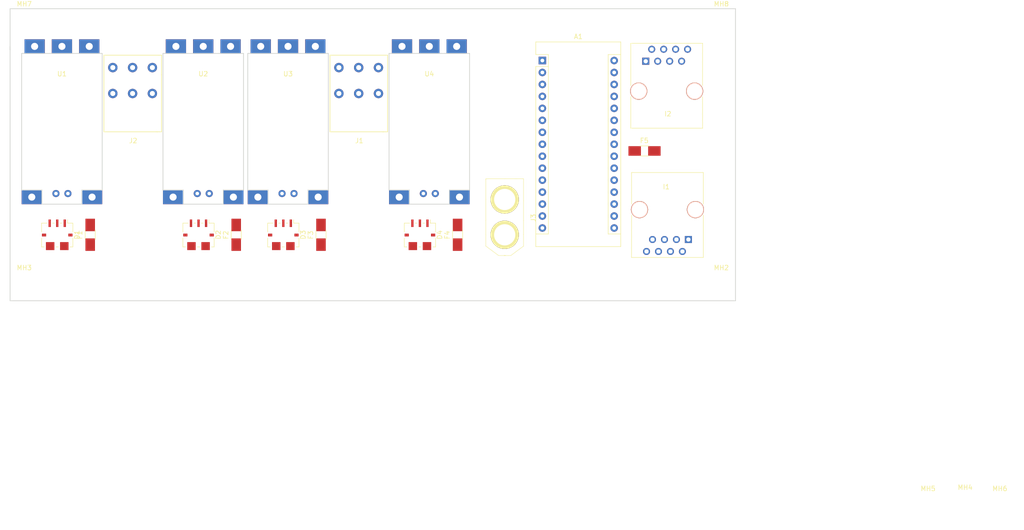
<source format=kicad_pcb>
(kicad_pcb (version 20171130) (host pcbnew "(5.0.0)")

  (general
    (thickness 1.6)
    (drawings 5)
    (tracks 0)
    (zones 0)
    (modules 26)
    (nets 69)
  )

  (page A4)
  (layers
    (0 F.Cu signal)
    (31 B.Cu signal)
    (32 B.Adhes user)
    (33 F.Adhes user)
    (34 B.Paste user)
    (35 F.Paste user)
    (36 B.SilkS user)
    (37 F.SilkS user)
    (38 B.Mask user)
    (39 F.Mask user)
    (40 Dwgs.User user)
    (41 Cmts.User user)
    (42 Eco1.User user)
    (43 Eco2.User user)
    (44 Edge.Cuts user)
    (45 Margin user)
    (46 B.CrtYd user)
    (47 F.CrtYd user)
    (48 B.Fab user)
    (49 F.Fab user)
  )

  (setup
    (last_trace_width 0.25)
    (trace_clearance 0.2)
    (zone_clearance 0.508)
    (zone_45_only no)
    (trace_min 0.2)
    (segment_width 0.2)
    (edge_width 0.15)
    (via_size 0.8)
    (via_drill 0.4)
    (via_min_size 0.4)
    (via_min_drill 0.3)
    (uvia_size 0.3)
    (uvia_drill 0.1)
    (uvias_allowed no)
    (uvia_min_size 0.2)
    (uvia_min_drill 0.1)
    (pcb_text_width 0.3)
    (pcb_text_size 1.5 1.5)
    (mod_edge_width 0.15)
    (mod_text_size 1 1)
    (mod_text_width 0.15)
    (pad_size 4 4)
    (pad_drill 3)
    (pad_to_mask_clearance 0.2)
    (aux_axis_origin 0 0)
    (visible_elements 7FFFFFFF)
    (pcbplotparams
      (layerselection 0x010fc_ffffffff)
      (usegerberextensions false)
      (usegerberattributes false)
      (usegerberadvancedattributes false)
      (creategerberjobfile false)
      (excludeedgelayer true)
      (linewidth 0.100000)
      (plotframeref false)
      (viasonmask false)
      (mode 1)
      (useauxorigin false)
      (hpglpennumber 1)
      (hpglpenspeed 20)
      (hpglpendiameter 15.000000)
      (psnegative false)
      (psa4output false)
      (plotreference true)
      (plotvalue true)
      (plotinvisibletext false)
      (padsonsilk false)
      (subtractmaskfromsilk false)
      (outputformat 1)
      (mirror false)
      (drillshape 1)
      (scaleselection 1)
      (outputdirectory ""))
  )

  (net 0 "")
  (net 1 "Net-(D1-Pad6)")
  (net 2 Power_ESC_1)
  (net 3 "Net-(D1-Pad7)")
  (net 4 "Net-(D1-Pad4)")
  (net 5 Current_A0)
  (net 6 GND)
  (net 7 +5V)
  (net 8 Current_A1)
  (net 9 "Net-(D2-Pad4)")
  (net 10 "Net-(D2-Pad7)")
  (net 11 Power_ESC_2)
  (net 12 "Net-(D2-Pad6)")
  (net 13 "Net-(D3-Pad6)")
  (net 14 Power_ESC_3)
  (net 15 "Net-(D3-Pad7)")
  (net 16 "Net-(D3-Pad4)")
  (net 17 Current_A2)
  (net 18 Current_A3)
  (net 19 "Net-(D4-Pad4)")
  (net 20 "Net-(D4-Pad7)")
  (net 21 Power_ESC_4)
  (net 22 "Net-(D4-Pad6)")
  (net 23 +12V)
  (net 24 "Net-(A1-Pad30)")
  (net 25 "Net-(I1-Pad8)")
  (net 26 "Net-(I1-Pad7)")
  (net 27 "Net-(I1-Pad6)")
  (net 28 "Net-(I1-Pad5)")
  (net 29 "Net-(I1-Pad4)")
  (net 30 I2C_SLC)
  (net 31 I2C_SDA)
  (net 32 "Net-(I2-Pad4)")
  (net 33 "Net-(I2-Pad5)")
  (net 34 "Net-(I2-Pad6)")
  (net 35 "Net-(I2-Pad7)")
  (net 36 "Net-(I2-Pad8)")
  (net 37 "Net-(J1-Pad6)")
  (net 38 "Net-(J1-Pad5)")
  (net 39 "Net-(J1-Pad4)")
  (net 40 "Net-(J1-Pad1)")
  (net 41 "Net-(J1-Pad2)")
  (net 42 "Net-(J1-Pad3)")
  (net 43 "Net-(J2-Pad3)")
  (net 44 "Net-(J2-Pad2)")
  (net 45 "Net-(J2-Pad1)")
  (net 46 "Net-(J2-Pad4)")
  (net 47 "Net-(J2-Pad5)")
  (net 48 "Net-(J2-Pad6)")
  (net 49 PWM_ESC_1)
  (net 50 PWM_ESC_2)
  (net 51 PWM_ESC_3)
  (net 52 PWM_ESC_4)
  (net 53 "Net-(A1-Pad1)")
  (net 54 "Net-(A1-Pad17)")
  (net 55 "Net-(A1-Pad2)")
  (net 56 "Net-(A1-Pad18)")
  (net 57 "Net-(A1-Pad3)")
  (net 58 "Net-(A1-Pad5)")
  (net 59 "Net-(A1-Pad23)")
  (net 60 "Net-(A1-Pad24)")
  (net 61 "Net-(A1-Pad25)")
  (net 62 "Net-(A1-Pad10)")
  (net 63 "Net-(A1-Pad26)")
  (net 64 "Net-(A1-Pad11)")
  (net 65 "Net-(A1-Pad28)")
  (net 66 "Net-(A1-Pad14)")
  (net 67 "Net-(A1-Pad15)")
  (net 68 "Net-(A1-Pad16)")

  (net_class Default "This is the default net class."
    (clearance 0.2)
    (trace_width 0.25)
    (via_dia 0.8)
    (via_drill 0.4)
    (uvia_dia 0.3)
    (uvia_drill 0.1)
    (add_net +12V)
    (add_net +5V)
    (add_net Current_A0)
    (add_net Current_A1)
    (add_net Current_A2)
    (add_net Current_A3)
    (add_net GND)
    (add_net I2C_SDA)
    (add_net I2C_SLC)
    (add_net "Net-(A1-Pad1)")
    (add_net "Net-(A1-Pad10)")
    (add_net "Net-(A1-Pad11)")
    (add_net "Net-(A1-Pad14)")
    (add_net "Net-(A1-Pad15)")
    (add_net "Net-(A1-Pad16)")
    (add_net "Net-(A1-Pad17)")
    (add_net "Net-(A1-Pad18)")
    (add_net "Net-(A1-Pad2)")
    (add_net "Net-(A1-Pad23)")
    (add_net "Net-(A1-Pad24)")
    (add_net "Net-(A1-Pad25)")
    (add_net "Net-(A1-Pad26)")
    (add_net "Net-(A1-Pad28)")
    (add_net "Net-(A1-Pad3)")
    (add_net "Net-(A1-Pad30)")
    (add_net "Net-(A1-Pad5)")
    (add_net "Net-(D1-Pad4)")
    (add_net "Net-(D1-Pad6)")
    (add_net "Net-(D1-Pad7)")
    (add_net "Net-(D2-Pad4)")
    (add_net "Net-(D2-Pad6)")
    (add_net "Net-(D2-Pad7)")
    (add_net "Net-(D3-Pad4)")
    (add_net "Net-(D3-Pad6)")
    (add_net "Net-(D3-Pad7)")
    (add_net "Net-(D4-Pad4)")
    (add_net "Net-(D4-Pad6)")
    (add_net "Net-(D4-Pad7)")
    (add_net "Net-(I1-Pad4)")
    (add_net "Net-(I1-Pad5)")
    (add_net "Net-(I1-Pad6)")
    (add_net "Net-(I1-Pad7)")
    (add_net "Net-(I1-Pad8)")
    (add_net "Net-(I2-Pad4)")
    (add_net "Net-(I2-Pad5)")
    (add_net "Net-(I2-Pad6)")
    (add_net "Net-(I2-Pad7)")
    (add_net "Net-(I2-Pad8)")
    (add_net "Net-(J1-Pad1)")
    (add_net "Net-(J1-Pad2)")
    (add_net "Net-(J1-Pad3)")
    (add_net "Net-(J1-Pad4)")
    (add_net "Net-(J1-Pad5)")
    (add_net "Net-(J1-Pad6)")
    (add_net "Net-(J2-Pad1)")
    (add_net "Net-(J2-Pad2)")
    (add_net "Net-(J2-Pad3)")
    (add_net "Net-(J2-Pad4)")
    (add_net "Net-(J2-Pad5)")
    (add_net "Net-(J2-Pad6)")
    (add_net PWM_ESC_1)
    (add_net PWM_ESC_2)
    (add_net PWM_ESC_3)
    (add_net PWM_ESC_4)
    (add_net Power_ESC_1)
    (add_net Power_ESC_2)
    (add_net Power_ESC_3)
    (add_net Power_ESC_4)
  )

  (module Fuse_Holders_and_Fuses:Fuse_SMD1206_HandSoldering (layer F.Cu) (tedit 0) (tstamp 5C298627)
    (at 84 94 90)
    (descr "Fuse, Sicherung, SMD1206, Littlefuse-Wickmann 433 Series, Hand Soldering,")
    (tags "Fuse Sicherung SMD1206 Littlefuse-Wickmann 433 Series Hand Soldering ")
    (path /5C2B849A)
    (attr smd)
    (fp_text reference F2 (at -0.05 -2.2 90) (layer F.SilkS)
      (effects (font (size 1 1) (thickness 0.15)))
    )
    (fp_text value 10/15 (at -0.15 2.5 90) (layer F.Fab)
      (effects (font (size 1 1) (thickness 0.15)))
    )
    (fp_line (start 3.35 1.58) (end -3.35 1.58) (layer F.CrtYd) (width 0.05))
    (fp_line (start 3.35 1.58) (end 3.35 -1.58) (layer F.CrtYd) (width 0.05))
    (fp_line (start -3.35 -1.58) (end -3.35 1.58) (layer F.CrtYd) (width 0.05))
    (fp_line (start -3.35 -1.58) (end 3.35 -1.58) (layer F.CrtYd) (width 0.05))
    (fp_line (start -1 -1.07) (end 1 -1.07) (layer F.SilkS) (width 0.12))
    (fp_line (start 1 1.07) (end -1 1.07) (layer F.SilkS) (width 0.12))
    (fp_line (start -1.6 -0.8) (end 1.6 -0.8) (layer F.Fab) (width 0.1))
    (fp_line (start 1.6 -0.8) (end 1.6 0.8) (layer F.Fab) (width 0.1))
    (fp_line (start 1.6 0.8) (end -1.6 0.8) (layer F.Fab) (width 0.1))
    (fp_line (start -1.6 0.8) (end -1.6 -0.8) (layer F.Fab) (width 0.1))
    (pad 2 smd rect (at 2.09 0 180) (size 2.03 2.65) (layers F.Cu F.Paste F.Mask)
      (net 23 +12V))
    (pad 1 smd rect (at -2.09 0 180) (size 2.03 2.65) (layers F.Cu F.Paste F.Mask)
      (net 12 "Net-(D2-Pad6)"))
  )

  (module Blue_ESC:Allegro_PSOF-7_4.8x6.4mm_Pitch1.60mm (layer F.Cu) (tedit 5A04B58C) (tstamp 5C2985A4)
    (at 46 94 270)
    (descr "Allegro Microsystems PSOF-7, 4.8x6.4mm Body, 1.60mm Pitch (http://www.allegromicro.com/~/media/Files/Datasheets/ACS780-Datasheet.ashx)")
    (tags "Allegro PSOF-7")
    (path /5C198CA7)
    (attr smd)
    (fp_text reference D1 (at 0 -4.2 270) (layer F.SilkS)
      (effects (font (size 1 1) (thickness 0.15)))
    )
    (fp_text value ACS780xLRTR-100U (at 0 4.2 270) (layer F.Fab)
      (effects (font (size 1 1) (thickness 0.15)))
    )
    (fp_line (start -2.47 -0.6) (end -2.47 -1) (layer F.SilkS) (width 0.12))
    (fp_line (start -2.47 0.6) (end -2.47 1) (layer F.SilkS) (width 0.12))
    (fp_line (start -2.47 -2.2) (end -3.2 -2.2) (layer F.SilkS) (width 0.12))
    (fp_line (start 2.57 0.25) (end 2.57 -0.25) (layer F.SilkS) (width 0.12))
    (fp_line (start -2.47 3.32) (end -2.47 2.2) (layer F.SilkS) (width 0.12))
    (fp_line (start 2.57 3.32) (end 2.57 2.75) (layer F.SilkS) (width 0.12))
    (fp_line (start -2.47 -3.32) (end -2.47 -2.2) (layer F.SilkS) (width 0.12))
    (fp_line (start 2.57 -3.32) (end 2.57 -2.75) (layer F.SilkS) (width 0.12))
    (fp_line (start 2.57 -3.32) (end 0.7 -3.32) (layer F.SilkS) (width 0.12))
    (fp_line (start -0.6 -3.32) (end -2.47 -3.32) (layer F.SilkS) (width 0.12))
    (fp_line (start -0.6 3.32) (end -2.47 3.32) (layer F.SilkS) (width 0.12))
    (fp_line (start 2.57 3.32) (end 0.7 3.32) (layer F.SilkS) (width 0.12))
    (fp_text user %R (at 0 0) (layer F.Fab)
      (effects (font (size 1 1) (thickness 0.15)))
    )
    (fp_line (start -1.35 -3.2) (end 2.45 -3.2) (layer F.Fab) (width 0.1))
    (fp_line (start 2.45 -3.2) (end 2.45 3.2) (layer F.Fab) (width 0.1))
    (fp_line (start 2.45 3.2) (end -2.35 3.2) (layer F.Fab) (width 0.1))
    (fp_line (start -2.35 3.2) (end -2.35 -2.2) (layer F.Fab) (width 0.1))
    (fp_line (start -3.5 -3.5) (end 3.5 -3.5) (layer F.CrtYd) (width 0.05))
    (fp_line (start 3.5 -3.5) (end 3.5 3.5) (layer F.CrtYd) (width 0.05))
    (fp_line (start 3.5 3.5) (end -3.5 3.5) (layer F.CrtYd) (width 0.05))
    (fp_line (start -3.5 3.5) (end -3.5 -3.5) (layer F.CrtYd) (width 0.05))
    (fp_line (start -1.35 -3.2) (end -2.35 -2.2) (layer F.Fab) (width 0.1))
    (pad 6 smd rect (at 2.4 -1.5 270) (size 1.7 1.8) (layers F.Cu F.Paste F.Mask)
      (net 1 "Net-(D1-Pad6)"))
    (pad 5 smd rect (at 2.4 1.5 270) (size 1.7 1.8) (layers F.Cu F.Paste F.Mask)
      (net 2 Power_ESC_1))
    (pad 7 smd rect (at 0.05 -2.8 270) (size 0.6 0.9) (layers F.Cu F.Paste F.Mask)
      (net 3 "Net-(D1-Pad7)"))
    (pad 4 smd rect (at 0.05 2.8 270) (size 0.6 0.9) (layers F.Cu F.Paste F.Mask)
      (net 4 "Net-(D1-Pad4)"))
    (pad 3 smd rect (at -2.45 1.6 270) (size 1.6 0.5) (layers F.Cu F.Paste F.Mask)
      (net 5 Current_A0))
    (pad 2 smd rect (at -2.45 0 270) (size 1.6 0.5) (layers F.Cu F.Paste F.Mask)
      (net 6 GND))
    (pad 1 smd rect (at -2.45 -1.6 270) (size 1.6 0.5) (layers F.Cu F.Paste F.Mask)
      (net 7 +5V))
    (model ${KISYS3DMOD}/Sensor_Current.3dshapes/Allegro_PSOF-7_4.8x6.4mm_Pitch1.60mm.wrl
      (at (xyz 0 0 0))
      (scale (xyz 1 1 1))
      (rotate (xyz 0 0 0))
    )
  )

  (module Blue_ESC:Allegro_PSOF-7_4.8x6.4mm_Pitch1.60mm (layer F.Cu) (tedit 5A04B58C) (tstamp 5C2985C5)
    (at 76 94 270)
    (descr "Allegro Microsystems PSOF-7, 4.8x6.4mm Body, 1.60mm Pitch (http://www.allegromicro.com/~/media/Files/Datasheets/ACS780-Datasheet.ashx)")
    (tags "Allegro PSOF-7")
    (path /5C2A52B8)
    (attr smd)
    (fp_text reference D2 (at 0 -4.2 270) (layer F.SilkS)
      (effects (font (size 1 1) (thickness 0.15)))
    )
    (fp_text value ACS780xLRTR-100U (at 0 4.2 270) (layer F.Fab)
      (effects (font (size 1 1) (thickness 0.15)))
    )
    (fp_line (start -1.35 -3.2) (end -2.35 -2.2) (layer F.Fab) (width 0.1))
    (fp_line (start -3.5 3.5) (end -3.5 -3.5) (layer F.CrtYd) (width 0.05))
    (fp_line (start 3.5 3.5) (end -3.5 3.5) (layer F.CrtYd) (width 0.05))
    (fp_line (start 3.5 -3.5) (end 3.5 3.5) (layer F.CrtYd) (width 0.05))
    (fp_line (start -3.5 -3.5) (end 3.5 -3.5) (layer F.CrtYd) (width 0.05))
    (fp_line (start -2.35 3.2) (end -2.35 -2.2) (layer F.Fab) (width 0.1))
    (fp_line (start 2.45 3.2) (end -2.35 3.2) (layer F.Fab) (width 0.1))
    (fp_line (start 2.45 -3.2) (end 2.45 3.2) (layer F.Fab) (width 0.1))
    (fp_line (start -1.35 -3.2) (end 2.45 -3.2) (layer F.Fab) (width 0.1))
    (fp_text user %R (at 0 0 270) (layer F.Fab)
      (effects (font (size 1 1) (thickness 0.15)))
    )
    (fp_line (start 2.57 3.32) (end 0.7 3.32) (layer F.SilkS) (width 0.12))
    (fp_line (start -0.6 3.32) (end -2.47 3.32) (layer F.SilkS) (width 0.12))
    (fp_line (start -0.6 -3.32) (end -2.47 -3.32) (layer F.SilkS) (width 0.12))
    (fp_line (start 2.57 -3.32) (end 0.7 -3.32) (layer F.SilkS) (width 0.12))
    (fp_line (start 2.57 -3.32) (end 2.57 -2.75) (layer F.SilkS) (width 0.12))
    (fp_line (start -2.47 -3.32) (end -2.47 -2.2) (layer F.SilkS) (width 0.12))
    (fp_line (start 2.57 3.32) (end 2.57 2.75) (layer F.SilkS) (width 0.12))
    (fp_line (start -2.47 3.32) (end -2.47 2.2) (layer F.SilkS) (width 0.12))
    (fp_line (start 2.57 0.25) (end 2.57 -0.25) (layer F.SilkS) (width 0.12))
    (fp_line (start -2.47 -2.2) (end -3.2 -2.2) (layer F.SilkS) (width 0.12))
    (fp_line (start -2.47 0.6) (end -2.47 1) (layer F.SilkS) (width 0.12))
    (fp_line (start -2.47 -0.6) (end -2.47 -1) (layer F.SilkS) (width 0.12))
    (pad 1 smd rect (at -2.45 -1.6 270) (size 1.6 0.5) (layers F.Cu F.Paste F.Mask)
      (net 7 +5V))
    (pad 2 smd rect (at -2.45 0 270) (size 1.6 0.5) (layers F.Cu F.Paste F.Mask)
      (net 6 GND))
    (pad 3 smd rect (at -2.45 1.6 270) (size 1.6 0.5) (layers F.Cu F.Paste F.Mask)
      (net 8 Current_A1))
    (pad 4 smd rect (at 0.05 2.8 270) (size 0.6 0.9) (layers F.Cu F.Paste F.Mask)
      (net 9 "Net-(D2-Pad4)"))
    (pad 7 smd rect (at 0.05 -2.8 270) (size 0.6 0.9) (layers F.Cu F.Paste F.Mask)
      (net 10 "Net-(D2-Pad7)"))
    (pad 5 smd rect (at 2.4 1.5 270) (size 1.7 1.8) (layers F.Cu F.Paste F.Mask)
      (net 11 Power_ESC_2))
    (pad 6 smd rect (at 2.4 -1.5 270) (size 1.7 1.8) (layers F.Cu F.Paste F.Mask)
      (net 12 "Net-(D2-Pad6)"))
    (model ${KISYS3DMOD}/Sensor_Current.3dshapes/Allegro_PSOF-7_4.8x6.4mm_Pitch1.60mm.wrl
      (at (xyz 0 0 0))
      (scale (xyz 1 1 1))
      (rotate (xyz 0 0 0))
    )
  )

  (module Blue_ESC:Allegro_PSOF-7_4.8x6.4mm_Pitch1.60mm (layer F.Cu) (tedit 5A04B58C) (tstamp 5C2985E6)
    (at 94 94 270)
    (descr "Allegro Microsystems PSOF-7, 4.8x6.4mm Body, 1.60mm Pitch (http://www.allegromicro.com/~/media/Files/Datasheets/ACS780-Datasheet.ashx)")
    (tags "Allegro PSOF-7")
    (path /5C2A6F93)
    (attr smd)
    (fp_text reference D3 (at 0 -4.2 270) (layer F.SilkS)
      (effects (font (size 1 1) (thickness 0.15)))
    )
    (fp_text value ACS780xLRTR-100U (at 0 4.2 270) (layer F.Fab)
      (effects (font (size 1 1) (thickness 0.15)))
    )
    (fp_line (start -2.47 -0.6) (end -2.47 -1) (layer F.SilkS) (width 0.12))
    (fp_line (start -2.47 0.6) (end -2.47 1) (layer F.SilkS) (width 0.12))
    (fp_line (start -2.47 -2.2) (end -3.2 -2.2) (layer F.SilkS) (width 0.12))
    (fp_line (start 2.57 0.25) (end 2.57 -0.25) (layer F.SilkS) (width 0.12))
    (fp_line (start -2.47 3.32) (end -2.47 2.2) (layer F.SilkS) (width 0.12))
    (fp_line (start 2.57 3.32) (end 2.57 2.75) (layer F.SilkS) (width 0.12))
    (fp_line (start -2.47 -3.32) (end -2.47 -2.2) (layer F.SilkS) (width 0.12))
    (fp_line (start 2.57 -3.32) (end 2.57 -2.75) (layer F.SilkS) (width 0.12))
    (fp_line (start 2.57 -3.32) (end 0.7 -3.32) (layer F.SilkS) (width 0.12))
    (fp_line (start -0.6 -3.32) (end -2.47 -3.32) (layer F.SilkS) (width 0.12))
    (fp_line (start -0.6 3.32) (end -2.47 3.32) (layer F.SilkS) (width 0.12))
    (fp_line (start 2.57 3.32) (end 0.7 3.32) (layer F.SilkS) (width 0.12))
    (fp_text user %R (at 0 0 270) (layer F.Fab)
      (effects (font (size 1 1) (thickness 0.15)))
    )
    (fp_line (start -1.35 -3.2) (end 2.45 -3.2) (layer F.Fab) (width 0.1))
    (fp_line (start 2.45 -3.2) (end 2.45 3.2) (layer F.Fab) (width 0.1))
    (fp_line (start 2.45 3.2) (end -2.35 3.2) (layer F.Fab) (width 0.1))
    (fp_line (start -2.35 3.2) (end -2.35 -2.2) (layer F.Fab) (width 0.1))
    (fp_line (start -3.5 -3.5) (end 3.5 -3.5) (layer F.CrtYd) (width 0.05))
    (fp_line (start 3.5 -3.5) (end 3.5 3.5) (layer F.CrtYd) (width 0.05))
    (fp_line (start 3.5 3.5) (end -3.5 3.5) (layer F.CrtYd) (width 0.05))
    (fp_line (start -3.5 3.5) (end -3.5 -3.5) (layer F.CrtYd) (width 0.05))
    (fp_line (start -1.35 -3.2) (end -2.35 -2.2) (layer F.Fab) (width 0.1))
    (pad 6 smd rect (at 2.4 -1.5 270) (size 1.7 1.8) (layers F.Cu F.Paste F.Mask)
      (net 13 "Net-(D3-Pad6)"))
    (pad 5 smd rect (at 2.4 1.5 270) (size 1.7 1.8) (layers F.Cu F.Paste F.Mask)
      (net 14 Power_ESC_3))
    (pad 7 smd rect (at 0.05 -2.8 270) (size 0.6 0.9) (layers F.Cu F.Paste F.Mask)
      (net 15 "Net-(D3-Pad7)"))
    (pad 4 smd rect (at 0.05 2.8 270) (size 0.6 0.9) (layers F.Cu F.Paste F.Mask)
      (net 16 "Net-(D3-Pad4)"))
    (pad 3 smd rect (at -2.45 1.6 270) (size 1.6 0.5) (layers F.Cu F.Paste F.Mask)
      (net 17 Current_A2))
    (pad 2 smd rect (at -2.45 0 270) (size 1.6 0.5) (layers F.Cu F.Paste F.Mask)
      (net 6 GND))
    (pad 1 smd rect (at -2.45 -1.6 270) (size 1.6 0.5) (layers F.Cu F.Paste F.Mask)
      (net 7 +5V))
    (model ${KISYS3DMOD}/Sensor_Current.3dshapes/Allegro_PSOF-7_4.8x6.4mm_Pitch1.60mm.wrl
      (at (xyz 0 0 0))
      (scale (xyz 1 1 1))
      (rotate (xyz 0 0 0))
    )
  )

  (module Blue_ESC:Allegro_PSOF-7_4.8x6.4mm_Pitch1.60mm (layer F.Cu) (tedit 5A04B58C) (tstamp 5C298607)
    (at 123 94 270)
    (descr "Allegro Microsystems PSOF-7, 4.8x6.4mm Body, 1.60mm Pitch (http://www.allegromicro.com/~/media/Files/Datasheets/ACS780-Datasheet.ashx)")
    (tags "Allegro PSOF-7")
    (path /5C2B4ED1)
    (attr smd)
    (fp_text reference D4 (at 0 -4.2 270) (layer F.SilkS)
      (effects (font (size 1 1) (thickness 0.15)))
    )
    (fp_text value ACS780xLRTR-100U (at 0 4.2 270) (layer F.Fab)
      (effects (font (size 1 1) (thickness 0.15)))
    )
    (fp_line (start -1.35 -3.2) (end -2.35 -2.2) (layer F.Fab) (width 0.1))
    (fp_line (start -3.5 3.5) (end -3.5 -3.5) (layer F.CrtYd) (width 0.05))
    (fp_line (start 3.5 3.5) (end -3.5 3.5) (layer F.CrtYd) (width 0.05))
    (fp_line (start 3.5 -3.5) (end 3.5 3.5) (layer F.CrtYd) (width 0.05))
    (fp_line (start -3.5 -3.5) (end 3.5 -3.5) (layer F.CrtYd) (width 0.05))
    (fp_line (start -2.35 3.2) (end -2.35 -2.2) (layer F.Fab) (width 0.1))
    (fp_line (start 2.45 3.2) (end -2.35 3.2) (layer F.Fab) (width 0.1))
    (fp_line (start 2.45 -3.2) (end 2.45 3.2) (layer F.Fab) (width 0.1))
    (fp_line (start -1.35 -3.2) (end 2.45 -3.2) (layer F.Fab) (width 0.1))
    (fp_text user %R (at 0 0 270) (layer F.Fab)
      (effects (font (size 1 1) (thickness 0.15)))
    )
    (fp_line (start 2.57 3.32) (end 0.7 3.32) (layer F.SilkS) (width 0.12))
    (fp_line (start -0.6 3.32) (end -2.47 3.32) (layer F.SilkS) (width 0.12))
    (fp_line (start -0.6 -3.32) (end -2.47 -3.32) (layer F.SilkS) (width 0.12))
    (fp_line (start 2.57 -3.32) (end 0.7 -3.32) (layer F.SilkS) (width 0.12))
    (fp_line (start 2.57 -3.32) (end 2.57 -2.75) (layer F.SilkS) (width 0.12))
    (fp_line (start -2.47 -3.32) (end -2.47 -2.2) (layer F.SilkS) (width 0.12))
    (fp_line (start 2.57 3.32) (end 2.57 2.75) (layer F.SilkS) (width 0.12))
    (fp_line (start -2.47 3.32) (end -2.47 2.2) (layer F.SilkS) (width 0.12))
    (fp_line (start 2.57 0.25) (end 2.57 -0.25) (layer F.SilkS) (width 0.12))
    (fp_line (start -2.47 -2.2) (end -3.2 -2.2) (layer F.SilkS) (width 0.12))
    (fp_line (start -2.47 0.6) (end -2.47 1) (layer F.SilkS) (width 0.12))
    (fp_line (start -2.47 -0.6) (end -2.47 -1) (layer F.SilkS) (width 0.12))
    (pad 1 smd rect (at -2.45 -1.6 270) (size 1.6 0.5) (layers F.Cu F.Paste F.Mask)
      (net 7 +5V))
    (pad 2 smd rect (at -2.45 0 270) (size 1.6 0.5) (layers F.Cu F.Paste F.Mask)
      (net 6 GND))
    (pad 3 smd rect (at -2.45 1.6 270) (size 1.6 0.5) (layers F.Cu F.Paste F.Mask)
      (net 18 Current_A3))
    (pad 4 smd rect (at 0.05 2.8 270) (size 0.6 0.9) (layers F.Cu F.Paste F.Mask)
      (net 19 "Net-(D4-Pad4)"))
    (pad 7 smd rect (at 0.05 -2.8 270) (size 0.6 0.9) (layers F.Cu F.Paste F.Mask)
      (net 20 "Net-(D4-Pad7)"))
    (pad 5 smd rect (at 2.4 1.5 270) (size 1.7 1.8) (layers F.Cu F.Paste F.Mask)
      (net 21 Power_ESC_4))
    (pad 6 smd rect (at 2.4 -1.5 270) (size 1.7 1.8) (layers F.Cu F.Paste F.Mask)
      (net 22 "Net-(D4-Pad6)"))
    (model ${KISYS3DMOD}/Sensor_Current.3dshapes/Allegro_PSOF-7_4.8x6.4mm_Pitch1.60mm.wrl
      (at (xyz 0 0 0))
      (scale (xyz 1 1 1))
      (rotate (xyz 0 0 0))
    )
  )

  (module Fuse_Holders_and_Fuses:Fuse_SMD1206_HandSoldering (layer F.Cu) (tedit 0) (tstamp 5C298617)
    (at 53 94 90)
    (descr "Fuse, Sicherung, SMD1206, Littlefuse-Wickmann 433 Series, Hand Soldering,")
    (tags "Fuse Sicherung SMD1206 Littlefuse-Wickmann 433 Series Hand Soldering ")
    (path /5C2B7E35)
    (attr smd)
    (fp_text reference F1 (at -0.05 -2.2 90) (layer F.SilkS)
      (effects (font (size 1 1) (thickness 0.15)))
    )
    (fp_text value 10/15 (at -0.15 2.5 90) (layer F.Fab)
      (effects (font (size 1 1) (thickness 0.15)))
    )
    (fp_line (start -1.6 0.8) (end -1.6 -0.8) (layer F.Fab) (width 0.1))
    (fp_line (start 1.6 0.8) (end -1.6 0.8) (layer F.Fab) (width 0.1))
    (fp_line (start 1.6 -0.8) (end 1.6 0.8) (layer F.Fab) (width 0.1))
    (fp_line (start -1.6 -0.8) (end 1.6 -0.8) (layer F.Fab) (width 0.1))
    (fp_line (start 1 1.07) (end -1 1.07) (layer F.SilkS) (width 0.12))
    (fp_line (start -1 -1.07) (end 1 -1.07) (layer F.SilkS) (width 0.12))
    (fp_line (start -3.35 -1.58) (end 3.35 -1.58) (layer F.CrtYd) (width 0.05))
    (fp_line (start -3.35 -1.58) (end -3.35 1.58) (layer F.CrtYd) (width 0.05))
    (fp_line (start 3.35 1.58) (end 3.35 -1.58) (layer F.CrtYd) (width 0.05))
    (fp_line (start 3.35 1.58) (end -3.35 1.58) (layer F.CrtYd) (width 0.05))
    (pad 1 smd rect (at -2.09 0 180) (size 2.03 2.65) (layers F.Cu F.Paste F.Mask)
      (net 1 "Net-(D1-Pad6)"))
    (pad 2 smd rect (at 2.09 0 180) (size 2.03 2.65) (layers F.Cu F.Paste F.Mask)
      (net 23 +12V))
  )

  (module Fuse_Holders_and_Fuses:Fuse_SMD1206_HandSoldering (layer F.Cu) (tedit 0) (tstamp 5C298637)
    (at 102 94 90)
    (descr "Fuse, Sicherung, SMD1206, Littlefuse-Wickmann 433 Series, Hand Soldering,")
    (tags "Fuse Sicherung SMD1206 Littlefuse-Wickmann 433 Series Hand Soldering ")
    (path /5C2BE198)
    (attr smd)
    (fp_text reference F3 (at -0.05 -2.2 90) (layer F.SilkS)
      (effects (font (size 1 1) (thickness 0.15)))
    )
    (fp_text value 10/15 (at -0.15 2.5 90) (layer F.Fab)
      (effects (font (size 1 1) (thickness 0.15)))
    )
    (fp_line (start -1.6 0.8) (end -1.6 -0.8) (layer F.Fab) (width 0.1))
    (fp_line (start 1.6 0.8) (end -1.6 0.8) (layer F.Fab) (width 0.1))
    (fp_line (start 1.6 -0.8) (end 1.6 0.8) (layer F.Fab) (width 0.1))
    (fp_line (start -1.6 -0.8) (end 1.6 -0.8) (layer F.Fab) (width 0.1))
    (fp_line (start 1 1.07) (end -1 1.07) (layer F.SilkS) (width 0.12))
    (fp_line (start -1 -1.07) (end 1 -1.07) (layer F.SilkS) (width 0.12))
    (fp_line (start -3.35 -1.58) (end 3.35 -1.58) (layer F.CrtYd) (width 0.05))
    (fp_line (start -3.35 -1.58) (end -3.35 1.58) (layer F.CrtYd) (width 0.05))
    (fp_line (start 3.35 1.58) (end 3.35 -1.58) (layer F.CrtYd) (width 0.05))
    (fp_line (start 3.35 1.58) (end -3.35 1.58) (layer F.CrtYd) (width 0.05))
    (pad 1 smd rect (at -2.09 0 180) (size 2.03 2.65) (layers F.Cu F.Paste F.Mask)
      (net 13 "Net-(D3-Pad6)"))
    (pad 2 smd rect (at 2.09 0 180) (size 2.03 2.65) (layers F.Cu F.Paste F.Mask)
      (net 23 +12V))
  )

  (module Fuse_Holders_and_Fuses:Fuse_SMD1206_HandSoldering (layer F.Cu) (tedit 0) (tstamp 5C298647)
    (at 131 94 90)
    (descr "Fuse, Sicherung, SMD1206, Littlefuse-Wickmann 433 Series, Hand Soldering,")
    (tags "Fuse Sicherung SMD1206 Littlefuse-Wickmann 433 Series Hand Soldering ")
    (path /5C2BF863)
    (attr smd)
    (fp_text reference F4 (at -0.05 -2.2 90) (layer F.SilkS)
      (effects (font (size 1 1) (thickness 0.15)))
    )
    (fp_text value 10/15 (at -0.15 2.5 90) (layer F.Fab)
      (effects (font (size 1 1) (thickness 0.15)))
    )
    (fp_line (start 3.35 1.58) (end -3.35 1.58) (layer F.CrtYd) (width 0.05))
    (fp_line (start 3.35 1.58) (end 3.35 -1.58) (layer F.CrtYd) (width 0.05))
    (fp_line (start -3.35 -1.58) (end -3.35 1.58) (layer F.CrtYd) (width 0.05))
    (fp_line (start -3.35 -1.58) (end 3.35 -1.58) (layer F.CrtYd) (width 0.05))
    (fp_line (start -1 -1.07) (end 1 -1.07) (layer F.SilkS) (width 0.12))
    (fp_line (start 1 1.07) (end -1 1.07) (layer F.SilkS) (width 0.12))
    (fp_line (start -1.6 -0.8) (end 1.6 -0.8) (layer F.Fab) (width 0.1))
    (fp_line (start 1.6 -0.8) (end 1.6 0.8) (layer F.Fab) (width 0.1))
    (fp_line (start 1.6 0.8) (end -1.6 0.8) (layer F.Fab) (width 0.1))
    (fp_line (start -1.6 0.8) (end -1.6 -0.8) (layer F.Fab) (width 0.1))
    (pad 2 smd rect (at 2.09 0 180) (size 2.03 2.65) (layers F.Cu F.Paste F.Mask)
      (net 23 +12V))
    (pad 1 smd rect (at -2.09 0 180) (size 2.03 2.65) (layers F.Cu F.Paste F.Mask)
      (net 22 "Net-(D4-Pad6)"))
  )

  (module Fuse_Holders_and_Fuses:Fuse_SMD1206_HandSoldering (layer F.Cu) (tedit 0) (tstamp 5C298657)
    (at 170.688 76.2)
    (descr "Fuse, Sicherung, SMD1206, Littlefuse-Wickmann 433 Series, Hand Soldering,")
    (tags "Fuse Sicherung SMD1206 Littlefuse-Wickmann 433 Series Hand Soldering ")
    (path /5C1BC00C)
    (attr smd)
    (fp_text reference F5 (at -0.05 -2.2) (layer F.SilkS)
      (effects (font (size 1 1) (thickness 0.15)))
    )
    (fp_text value 500m (at -0.15 2.5) (layer F.Fab)
      (effects (font (size 1 1) (thickness 0.15)))
    )
    (fp_line (start 3.35 1.58) (end -3.35 1.58) (layer F.CrtYd) (width 0.05))
    (fp_line (start 3.35 1.58) (end 3.35 -1.58) (layer F.CrtYd) (width 0.05))
    (fp_line (start -3.35 -1.58) (end -3.35 1.58) (layer F.CrtYd) (width 0.05))
    (fp_line (start -3.35 -1.58) (end 3.35 -1.58) (layer F.CrtYd) (width 0.05))
    (fp_line (start -1 -1.07) (end 1 -1.07) (layer F.SilkS) (width 0.12))
    (fp_line (start 1 1.07) (end -1 1.07) (layer F.SilkS) (width 0.12))
    (fp_line (start -1.6 -0.8) (end 1.6 -0.8) (layer F.Fab) (width 0.1))
    (fp_line (start 1.6 -0.8) (end 1.6 0.8) (layer F.Fab) (width 0.1))
    (fp_line (start 1.6 0.8) (end -1.6 0.8) (layer F.Fab) (width 0.1))
    (fp_line (start -1.6 0.8) (end -1.6 -0.8) (layer F.Fab) (width 0.1))
    (pad 2 smd rect (at 2.09 0 90) (size 2.03 2.65) (layers F.Cu F.Paste F.Mask)
      (net 24 "Net-(A1-Pad30)"))
    (pad 1 smd rect (at -2.09 0 90) (size 2.03 2.65) (layers F.Cu F.Paste F.Mask)
      (net 23 +12V))
  )

  (module Connectors:RJ45_8 (layer F.Cu) (tedit 0) (tstamp 5C29866F)
    (at 180 95 180)
    (tags RJ45)
    (path /5C1E96BE)
    (fp_text reference I1 (at 4.7 11.18 180) (layer F.SilkS)
      (effects (font (size 1 1) (thickness 0.15)))
    )
    (fp_text value RJ45 (at 4.59 6.25 180) (layer F.Fab)
      (effects (font (size 1 1) (thickness 0.15)))
    )
    (fp_line (start 12.46 14.47) (end -3.56 14.47) (layer F.CrtYd) (width 0.05))
    (fp_line (start 12.46 14.47) (end 12.46 -4.06) (layer F.CrtYd) (width 0.05))
    (fp_line (start -3.56 -4.06) (end -3.56 14.47) (layer F.CrtYd) (width 0.05))
    (fp_line (start -3.56 -4.06) (end 12.46 -4.06) (layer F.CrtYd) (width 0.05))
    (fp_line (start -3.17 7.51) (end -3.17 14.22) (layer F.SilkS) (width 0.12))
    (fp_line (start 12.06 7.52) (end 12.07 14.22) (layer F.SilkS) (width 0.12))
    (fp_line (start -3.17 -3.81) (end -3.17 5.19) (layer F.SilkS) (width 0.12))
    (fp_line (start 12.07 -3.81) (end -3.17 -3.81) (layer F.SilkS) (width 0.12))
    (fp_line (start 12.07 -3.81) (end 12.06 5.18) (layer F.SilkS) (width 0.12))
    (fp_line (start -3.17 14.22) (end 12.07 14.22) (layer F.SilkS) (width 0.12))
    (pad 8 thru_hole circle (at 8.89 -2.54 180) (size 1.5 1.5) (drill 0.9) (layers *.Cu *.Mask)
      (net 25 "Net-(I1-Pad8)"))
    (pad 7 thru_hole circle (at 7.62 0 180) (size 1.5 1.5) (drill 0.9) (layers *.Cu *.Mask)
      (net 26 "Net-(I1-Pad7)"))
    (pad 6 thru_hole circle (at 6.35 -2.54 180) (size 1.5 1.5) (drill 0.9) (layers *.Cu *.Mask)
      (net 27 "Net-(I1-Pad6)"))
    (pad 5 thru_hole circle (at 5.08 0 180) (size 1.5 1.5) (drill 0.9) (layers *.Cu *.Mask)
      (net 28 "Net-(I1-Pad5)"))
    (pad 4 thru_hole circle (at 3.81 -2.54 180) (size 1.5 1.5) (drill 0.9) (layers *.Cu *.Mask)
      (net 29 "Net-(I1-Pad4)"))
    (pad 3 thru_hole circle (at 2.54 0 180) (size 1.5 1.5) (drill 0.9) (layers *.Cu *.Mask)
      (net 6 GND))
    (pad 2 thru_hole circle (at 1.27 -2.54 180) (size 1.5 1.5) (drill 0.9) (layers *.Cu *.Mask)
      (net 30 I2C_SLC))
    (pad 1 thru_hole rect (at 0 0 180) (size 1.5 1.5) (drill 0.9) (layers *.Cu *.Mask)
      (net 31 I2C_SDA))
    (pad Hole np_thru_hole circle (at -1.49 6.35 180) (size 3.65 3.65) (drill 3.25) (layers *.Cu *.SilkS *.Mask))
    (pad Hole np_thru_hole circle (at 10.38 6.35 180) (size 3.65 3.65) (drill 3.25) (layers *.Cu *.SilkS *.Mask))
    (model ${KISYS3DMOD}/Connectors.3dshapes/RJ45_8.wrl
      (offset (xyz 4.571999931335449 -6.349999904632568 0))
      (scale (xyz 0.4 0.4 0.4))
      (rotate (xyz 0 0 0))
    )
  )

  (module Connectors:RJ45_8 (layer F.Cu) (tedit 0) (tstamp 5C298687)
    (at 170.942 57.15)
    (tags RJ45)
    (path /5C299349)
    (fp_text reference I2 (at 4.7 11.18) (layer F.SilkS)
      (effects (font (size 1 1) (thickness 0.15)))
    )
    (fp_text value RJ45 (at 4.59 6.25) (layer F.Fab)
      (effects (font (size 1 1) (thickness 0.15)))
    )
    (fp_line (start -3.17 14.22) (end 12.07 14.22) (layer F.SilkS) (width 0.12))
    (fp_line (start 12.07 -3.81) (end 12.06 5.18) (layer F.SilkS) (width 0.12))
    (fp_line (start 12.07 -3.81) (end -3.17 -3.81) (layer F.SilkS) (width 0.12))
    (fp_line (start -3.17 -3.81) (end -3.17 5.19) (layer F.SilkS) (width 0.12))
    (fp_line (start 12.06 7.52) (end 12.07 14.22) (layer F.SilkS) (width 0.12))
    (fp_line (start -3.17 7.51) (end -3.17 14.22) (layer F.SilkS) (width 0.12))
    (fp_line (start -3.56 -4.06) (end 12.46 -4.06) (layer F.CrtYd) (width 0.05))
    (fp_line (start -3.56 -4.06) (end -3.56 14.47) (layer F.CrtYd) (width 0.05))
    (fp_line (start 12.46 14.47) (end 12.46 -4.06) (layer F.CrtYd) (width 0.05))
    (fp_line (start 12.46 14.47) (end -3.56 14.47) (layer F.CrtYd) (width 0.05))
    (pad Hole np_thru_hole circle (at 10.38 6.35) (size 3.65 3.65) (drill 3.25) (layers *.Cu *.SilkS *.Mask))
    (pad Hole np_thru_hole circle (at -1.49 6.35) (size 3.65 3.65) (drill 3.25) (layers *.Cu *.SilkS *.Mask))
    (pad 1 thru_hole rect (at 0 0) (size 1.5 1.5) (drill 0.9) (layers *.Cu *.Mask)
      (net 31 I2C_SDA))
    (pad 2 thru_hole circle (at 1.27 -2.54) (size 1.5 1.5) (drill 0.9) (layers *.Cu *.Mask)
      (net 30 I2C_SLC))
    (pad 3 thru_hole circle (at 2.54 0) (size 1.5 1.5) (drill 0.9) (layers *.Cu *.Mask)
      (net 6 GND))
    (pad 4 thru_hole circle (at 3.81 -2.54) (size 1.5 1.5) (drill 0.9) (layers *.Cu *.Mask)
      (net 32 "Net-(I2-Pad4)"))
    (pad 5 thru_hole circle (at 5.08 0) (size 1.5 1.5) (drill 0.9) (layers *.Cu *.Mask)
      (net 33 "Net-(I2-Pad5)"))
    (pad 6 thru_hole circle (at 6.35 -2.54) (size 1.5 1.5) (drill 0.9) (layers *.Cu *.Mask)
      (net 34 "Net-(I2-Pad6)"))
    (pad 7 thru_hole circle (at 7.62 0) (size 1.5 1.5) (drill 0.9) (layers *.Cu *.Mask)
      (net 35 "Net-(I2-Pad7)"))
    (pad 8 thru_hole circle (at 8.89 -2.54) (size 1.5 1.5) (drill 0.9) (layers *.Cu *.Mask)
      (net 36 "Net-(I2-Pad8)"))
    (model ${KISYS3DMOD}/Connectors.3dshapes/RJ45_8.wrl
      (offset (xyz 4.571999931335449 -6.349999904632568 0))
      (scale (xyz 0.4 0.4 0.4))
      (rotate (xyz 0 0 0))
    )
  )

  (module Blue_ESC:Molex_6pin (layer F.Cu) (tedit 5C296DBC) (tstamp 5C298697)
    (at 110 64)
    (path /5C2A1A3B)
    (fp_text reference J1 (at 0.127 10.033) (layer F.SilkS)
      (effects (font (size 1 1) (thickness 0.15)))
    )
    (fp_text value Molex (at 0 -10.922) (layer F.Fab)
      (effects (font (size 1 1) (thickness 0.15)))
    )
    (fp_line (start 6.1468 8.128) (end 5.1308 8.128) (layer F.SilkS) (width 0.15))
    (fp_line (start 6.1468 -3.9624) (end 6.1468 8.128) (layer F.SilkS) (width 0.15))
    (fp_line (start 6.1468 -8.128) (end 6.1468 -3.9624) (layer F.SilkS) (width 0.15))
    (fp_line (start -6.096 -8.128) (end 6.1468 -8.128) (layer F.SilkS) (width 0.15))
    (fp_line (start -6.096 8.128) (end 5.2832 8.128) (layer F.SilkS) (width 0.15))
    (fp_line (start -6.096 -8.128) (end -6.096 8.128) (layer F.SilkS) (width 0.15))
    (pad 6 thru_hole circle (at 4.2 -5.5) (size 2 2) (drill 1.07) (layers *.Cu *.Mask)
      (net 37 "Net-(J1-Pad6)"))
    (pad 5 thru_hole circle (at 0 -5.5) (size 2 2) (drill 1.07) (layers *.Cu *.Mask)
      (net 38 "Net-(J1-Pad5)"))
    (pad 4 thru_hole circle (at -4.2 -5.5) (size 2 2) (drill 1.07) (layers *.Cu *.Mask)
      (net 39 "Net-(J1-Pad4)"))
    (pad 1 thru_hole circle (at -4.2 0) (size 2 2) (drill 1.07) (layers *.Cu *.Mask)
      (net 40 "Net-(J1-Pad1)"))
    (pad 2 thru_hole circle (at 0 0) (size 2 2) (drill 1.07) (layers *.Cu *.Mask)
      (net 41 "Net-(J1-Pad2)"))
    (pad 3 thru_hole circle (at 4.2 0) (size 2 2) (drill 1.07) (layers *.Cu *.Mask)
      (net 42 "Net-(J1-Pad3)"))
  )

  (module Blue_ESC:Molex_6pin (layer F.Cu) (tedit 5C296DBC) (tstamp 5C2986A7)
    (at 62 64)
    (path /5C2CF159)
    (fp_text reference J2 (at 0.127 10.033) (layer F.SilkS)
      (effects (font (size 1 1) (thickness 0.15)))
    )
    (fp_text value Molex (at 0 -10.922) (layer F.Fab)
      (effects (font (size 1 1) (thickness 0.15)))
    )
    (fp_line (start -6.096 -8.128) (end -6.096 8.128) (layer F.SilkS) (width 0.15))
    (fp_line (start -6.096 8.128) (end 5.2832 8.128) (layer F.SilkS) (width 0.15))
    (fp_line (start -6.096 -8.128) (end 6.1468 -8.128) (layer F.SilkS) (width 0.15))
    (fp_line (start 6.1468 -8.128) (end 6.1468 -3.9624) (layer F.SilkS) (width 0.15))
    (fp_line (start 6.1468 -3.9624) (end 6.1468 8.128) (layer F.SilkS) (width 0.15))
    (fp_line (start 6.1468 8.128) (end 5.1308 8.128) (layer F.SilkS) (width 0.15))
    (pad 3 thru_hole circle (at 4.2 0) (size 2 2) (drill 1.07) (layers *.Cu *.Mask)
      (net 43 "Net-(J2-Pad3)"))
    (pad 2 thru_hole circle (at 0 0) (size 2 2) (drill 1.07) (layers *.Cu *.Mask)
      (net 44 "Net-(J2-Pad2)"))
    (pad 1 thru_hole circle (at -4.2 0) (size 2 2) (drill 1.07) (layers *.Cu *.Mask)
      (net 45 "Net-(J2-Pad1)"))
    (pad 4 thru_hole circle (at -4.2 -5.5) (size 2 2) (drill 1.07) (layers *.Cu *.Mask)
      (net 46 "Net-(J2-Pad4)"))
    (pad 5 thru_hole circle (at 0 -5.5) (size 2 2) (drill 1.07) (layers *.Cu *.Mask)
      (net 47 "Net-(J2-Pad5)"))
    (pad 6 thru_hole circle (at 4.2 -5.5) (size 2 2) (drill 1.07) (layers *.Cu *.Mask)
      (net 48 "Net-(J2-Pad6)"))
  )

  (module Blue_ESC:XT60 (layer F.Cu) (tedit 572BCE8E) (tstamp 5C2986BF)
    (at 141 94 90)
    (path /5C16FC6D)
    (fp_text reference J3 (at 3.556 6.096 90) (layer F.SilkS)
      (effects (font (size 1 1) (thickness 0.15)))
    )
    (fp_text value XT_60 (at 3.2 -5.9 90) (layer F.Fab)
      (effects (font (size 1 1) (thickness 0.15)))
    )
    (fp_line (start 7.2 4) (end 11.9 4) (layer F.SilkS) (width 0.1))
    (fp_line (start 11.9 4) (end 11.9 2.4) (layer F.SilkS) (width 0.1))
    (fp_line (start 7.5 -4) (end 11.7 -4) (layer F.SilkS) (width 0.1))
    (fp_line (start 11.7 -4) (end 11.8 -4) (layer F.SilkS) (width 0.1))
    (fp_line (start 11.8 -4) (end 11.9 -4) (layer F.SilkS) (width 0.1))
    (fp_line (start 11.9 -4) (end 11.9 0) (layer F.SilkS) (width 0.1))
    (fp_line (start -2.4 4) (end -4.4 1.3) (layer F.SilkS) (width 0.1))
    (fp_line (start -2.4 -4) (end -4.4 -1.3) (layer F.SilkS) (width 0.1))
    (fp_line (start -4.4 0) (end -4.4 1.25) (layer F.SilkS) (width 0.1))
    (fp_line (start -4.4 0) (end -4.4 -1.25) (layer F.SilkS) (width 0.1))
    (fp_line (start 0 4) (end -2.4 4) (layer F.SilkS) (width 0.1))
    (fp_line (start 3 4) (end 0 4) (layer F.SilkS) (width 0.1))
    (fp_line (start 0 -4) (end -2.4 -4) (layer F.SilkS) (width 0.1))
    (fp_line (start 3.1 -4) (end 0 -4) (layer F.SilkS) (width 0.1))
    (fp_line (start -4.4 -0.1) (end -4.4 0.2) (layer F.SilkS) (width 0.1))
    (fp_line (start 11.9 0) (end 11.9 2.4) (layer F.SilkS) (width 0.1))
    (fp_line (start 7.5 -4) (end 3.1 -4) (layer F.SilkS) (width 0.1))
    (fp_line (start 7.2 4) (end 3 4) (layer F.SilkS) (width 0.1))
    (pad 1 thru_hole circle (at 0 0 90) (size 6 6) (drill 4.5) (layers *.Cu *.Mask F.SilkS)
      (net 23 +12V))
    (pad 2 thru_hole circle (at 7.5 0 90) (size 6 6) (drill 4.5) (layers *.Cu *.Mask F.SilkS)
      (net 6 GND))
  )

  (module Mounting_Holes:MountingHole_3mm (layer F.Cu) (tedit 56D1B4CB) (tstamp 5C2986CF)
    (at 187 105)
    (descr "Mounting Hole 3mm, no annular")
    (tags "mounting hole 3mm no annular")
    (path /5C29E098)
    (attr virtual)
    (fp_text reference MH2 (at 0 -4) (layer F.SilkS)
      (effects (font (size 1 1) (thickness 0.15)))
    )
    (fp_text value MountingHole (at 0 4) (layer F.Fab)
      (effects (font (size 1 1) (thickness 0.15)))
    )
    (fp_circle (center 0 0) (end 3.25 0) (layer F.CrtYd) (width 0.05))
    (fp_circle (center 0 0) (end 3 0) (layer Cmts.User) (width 0.15))
    (fp_text user %R (at 0.3 0) (layer F.Fab)
      (effects (font (size 1 1) (thickness 0.15)))
    )
    (pad 1 np_thru_hole circle (at 0 0) (size 3 3) (drill 3) (layers *.Cu *.Mask))
  )

  (module Mounting_Holes:MountingHole_3mm (layer F.Cu) (tedit 56D1B4CB) (tstamp 5C2986D7)
    (at 39 105)
    (descr "Mounting Hole 3mm, no annular")
    (tags "mounting hole 3mm no annular")
    (path /5C29E146)
    (attr virtual)
    (fp_text reference MH3 (at 0 -4) (layer F.SilkS)
      (effects (font (size 1 1) (thickness 0.15)))
    )
    (fp_text value MountingHole (at 0 4) (layer F.Fab)
      (effects (font (size 1 1) (thickness 0.15)))
    )
    (fp_circle (center 0 0) (end 3.25 0) (layer F.CrtYd) (width 0.05))
    (fp_circle (center 0 0) (end 3 0) (layer Cmts.User) (width 0.15))
    (fp_text user %R (at 0.3 0) (layer F.Fab)
      (effects (font (size 1 1) (thickness 0.15)))
    )
    (pad 1 np_thru_hole circle (at 0 0) (size 3 3) (drill 3) (layers *.Cu *.Mask))
  )

  (module Mounting_Holes:MountingHole_3mm (layer F.Cu) (tedit 56D1B4CB) (tstamp 5C2986DF)
    (at 238.76 151.638)
    (descr "Mounting Hole 3mm, no annular")
    (tags "mounting hole 3mm no annular")
    (path /5C29E0EA)
    (attr virtual)
    (fp_text reference MH4 (at 0 -4) (layer F.SilkS)
      (effects (font (size 1 1) (thickness 0.15)))
    )
    (fp_text value MountingHole (at 0 4) (layer F.Fab)
      (effects (font (size 1 1) (thickness 0.15)))
    )
    (fp_text user %R (at 0.3 0) (layer F.Fab)
      (effects (font (size 1 1) (thickness 0.15)))
    )
    (fp_circle (center 0 0) (end 3 0) (layer Cmts.User) (width 0.15))
    (fp_circle (center 0 0) (end 3.25 0) (layer F.CrtYd) (width 0.05))
    (pad 1 np_thru_hole circle (at 0 0) (size 3 3) (drill 3) (layers *.Cu *.Mask))
  )

  (module Mounting_Holes:MountingHole_3mm (layer F.Cu) (tedit 56D1B4CB) (tstamp 5C2986E7)
    (at 230.886 151.892)
    (descr "Mounting Hole 3mm, no annular")
    (tags "mounting hole 3mm no annular")
    (path /5C29E1ED)
    (attr virtual)
    (fp_text reference MH5 (at 0 -4) (layer F.SilkS)
      (effects (font (size 1 1) (thickness 0.15)))
    )
    (fp_text value MountingHole (at 0 4) (layer F.Fab)
      (effects (font (size 1 1) (thickness 0.15)))
    )
    (fp_text user %R (at 0.3 0) (layer F.Fab)
      (effects (font (size 1 1) (thickness 0.15)))
    )
    (fp_circle (center 0 0) (end 3 0) (layer Cmts.User) (width 0.15))
    (fp_circle (center 0 0) (end 3.25 0) (layer F.CrtYd) (width 0.05))
    (pad 1 np_thru_hole circle (at 0 0) (size 3 3) (drill 3) (layers *.Cu *.Mask))
  )

  (module Mounting_Holes:MountingHole_3mm (layer F.Cu) (tedit 56D1B4CB) (tstamp 5C2986EF)
    (at 246.126 151.892)
    (descr "Mounting Hole 3mm, no annular")
    (tags "mounting hole 3mm no annular")
    (path /5C29E245)
    (attr virtual)
    (fp_text reference MH6 (at 0 -4) (layer F.SilkS)
      (effects (font (size 1 1) (thickness 0.15)))
    )
    (fp_text value MountingHole (at 0 4) (layer F.Fab)
      (effects (font (size 1 1) (thickness 0.15)))
    )
    (fp_circle (center 0 0) (end 3.25 0) (layer F.CrtYd) (width 0.05))
    (fp_circle (center 0 0) (end 3 0) (layer Cmts.User) (width 0.15))
    (fp_text user %R (at 0.3 0) (layer F.Fab)
      (effects (font (size 1 1) (thickness 0.15)))
    )
    (pad 1 np_thru_hole circle (at 0 0) (size 3 3) (drill 3) (layers *.Cu *.Mask))
  )

  (module Mounting_Holes:MountingHole_3mm (layer F.Cu) (tedit 56D1B4CB) (tstamp 5C2986F7)
    (at 39 49)
    (descr "Mounting Hole 3mm, no annular")
    (tags "mounting hole 3mm no annular")
    (path /5C29E29F)
    (attr virtual)
    (fp_text reference MH7 (at 0 -4) (layer F.SilkS)
      (effects (font (size 1 1) (thickness 0.15)))
    )
    (fp_text value MountingHole (at 0 4) (layer F.Fab)
      (effects (font (size 1 1) (thickness 0.15)))
    )
    (fp_text user %R (at 0.3 0) (layer F.Fab)
      (effects (font (size 1 1) (thickness 0.15)))
    )
    (fp_circle (center 0 0) (end 3 0) (layer Cmts.User) (width 0.15))
    (fp_circle (center 0 0) (end 3.25 0) (layer F.CrtYd) (width 0.05))
    (pad 1 np_thru_hole circle (at 0 0) (size 3 3) (drill 3) (layers *.Cu *.Mask))
  )

  (module Mounting_Holes:MountingHole_3mm (layer F.Cu) (tedit 56D1B4CB) (tstamp 5C2986FF)
    (at 187 49)
    (descr "Mounting Hole 3mm, no annular")
    (tags "mounting hole 3mm no annular")
    (path /5C29E2FB)
    (attr virtual)
    (fp_text reference MH8 (at 0 -4) (layer F.SilkS)
      (effects (font (size 1 1) (thickness 0.15)))
    )
    (fp_text value MountingHole (at 0 4) (layer F.Fab)
      (effects (font (size 1 1) (thickness 0.15)))
    )
    (fp_circle (center 0 0) (end 3.25 0) (layer F.CrtYd) (width 0.05))
    (fp_circle (center 0 0) (end 3 0) (layer Cmts.User) (width 0.15))
    (fp_text user %R (at 0.3 0) (layer F.Fab)
      (effects (font (size 1 1) (thickness 0.15)))
    )
    (pad 1 np_thru_hole circle (at 0 0) (size 3 3) (drill 3) (layers *.Cu *.Mask))
  )

  (module Blue_ESC:Blue_ESC (layer F.Cu) (tedit 5BDBA94B) (tstamp 5C298712)
    (at 47 70 180)
    (path /5C324A6D)
    (fp_text reference U1 (at 0 10.16 180) (layer F.SilkS)
      (effects (font (size 1 1) (thickness 0.15)))
    )
    (fp_text value ESC:Blue_ESC (at 0 -7.62 180) (layer F.Fab)
      (effects (font (size 1 1) (thickness 0.15)))
    )
    (fp_line (start -4.25 -17.5) (end 4.25 -17.5) (layer Edge.Cuts) (width 0.15))
    (fp_line (start 4.25 -14.5) (end 4.25 -17.5) (layer Edge.Cuts) (width 0.15))
    (fp_line (start -4.25 -14.5) (end -4.25 -17.5) (layer Edge.Cuts) (width 0.15))
    (fp_line (start 4.25 -14.5) (end 8.55 -14.5) (layer Edge.Cuts) (width 0.15))
    (fp_line (start -8.55 -14.5) (end -4.25 -14.5) (layer Edge.Cuts) (width 0.15))
    (fp_line (start -8.55 14.5) (end 8.55 14.5) (layer Edge.Cuts) (width 0.15))
    (fp_line (start 8.55 14.5) (end 8.55 -14.5) (layer Edge.Cuts) (width 0.15))
    (fp_line (start -8.55 -14.5) (end -8.55 14.5) (layer Edge.Cuts) (width 0.15))
    (pad 7 thru_hole circle (at 1.27 -15.24 180) (size 1.524 1.524) (drill 0.762) (layers *.Cu *.Mask)
      (net 6 GND))
    (pad 6 thru_hole circle (at -1.27 -15.24 180) (size 1.524 1.524) (drill 0.762) (layers *.Cu *.Mask)
      (net 49 PWM_ESC_1))
    (pad 5 thru_hole rect (at 5.8 16 180) (size 4.3 3) (drill 1.5) (layers *.Cu *.Mask)
      (net 46 "Net-(J2-Pad4)"))
    (pad 4 thru_hole rect (at 0 16 180) (size 4.3 3) (drill 1.5) (layers *.Cu *.Mask)
      (net 47 "Net-(J2-Pad5)"))
    (pad 3 thru_hole rect (at -5.8 16 180) (size 4.3 3) (drill 1.5) (layers *.Cu *.Mask)
      (net 48 "Net-(J2-Pad6)"))
    (pad 2 thru_hole rect (at 6.4 -16 180) (size 4.3 3) (drill 1.5) (layers *.Cu *.Mask)
      (net 6 GND))
    (pad 1 thru_hole rect (at -6.4 -16 180) (size 4.3 3) (drill 1.5) (layers *.Cu *.Mask)
      (net 2 Power_ESC_1))
  )

  (module Blue_ESC:Blue_ESC (layer F.Cu) (tedit 5BDBA94B) (tstamp 5C298725)
    (at 77 70 180)
    (path /5C32481F)
    (fp_text reference U2 (at 0 10.16 180) (layer F.SilkS)
      (effects (font (size 1 1) (thickness 0.15)))
    )
    (fp_text value ESC:Blue_ESC (at 0 -7.62 180) (layer F.Fab)
      (effects (font (size 1 1) (thickness 0.15)))
    )
    (fp_line (start -8.55 -14.5) (end -8.55 14.5) (layer Edge.Cuts) (width 0.15))
    (fp_line (start 8.55 14.5) (end 8.55 -14.5) (layer Edge.Cuts) (width 0.15))
    (fp_line (start -8.55 14.5) (end 8.55 14.5) (layer Edge.Cuts) (width 0.15))
    (fp_line (start -8.55 -14.5) (end -4.25 -14.5) (layer Edge.Cuts) (width 0.15))
    (fp_line (start 4.25 -14.5) (end 8.55 -14.5) (layer Edge.Cuts) (width 0.15))
    (fp_line (start -4.25 -14.5) (end -4.25 -17.5) (layer Edge.Cuts) (width 0.15))
    (fp_line (start 4.25 -14.5) (end 4.25 -17.5) (layer Edge.Cuts) (width 0.15))
    (fp_line (start -4.25 -17.5) (end 4.25 -17.5) (layer Edge.Cuts) (width 0.15))
    (pad 1 thru_hole rect (at -6.4 -16 180) (size 4.3 3) (drill 1.5) (layers *.Cu *.Mask)
      (net 11 Power_ESC_2))
    (pad 2 thru_hole rect (at 6.4 -16 180) (size 4.3 3) (drill 1.5) (layers *.Cu *.Mask)
      (net 6 GND))
    (pad 3 thru_hole rect (at -5.8 16 180) (size 4.3 3) (drill 1.5) (layers *.Cu *.Mask)
      (net 43 "Net-(J2-Pad3)"))
    (pad 4 thru_hole rect (at 0 16 180) (size 4.3 3) (drill 1.5) (layers *.Cu *.Mask)
      (net 44 "Net-(J2-Pad2)"))
    (pad 5 thru_hole rect (at 5.8 16 180) (size 4.3 3) (drill 1.5) (layers *.Cu *.Mask)
      (net 45 "Net-(J2-Pad1)"))
    (pad 6 thru_hole circle (at -1.27 -15.24 180) (size 1.524 1.524) (drill 0.762) (layers *.Cu *.Mask)
      (net 50 PWM_ESC_2))
    (pad 7 thru_hole circle (at 1.27 -15.24 180) (size 1.524 1.524) (drill 0.762) (layers *.Cu *.Mask)
      (net 6 GND))
  )

  (module Blue_ESC:Blue_ESC (layer F.Cu) (tedit 5BDBA94B) (tstamp 5C298738)
    (at 95 70 180)
    (path /5C324647)
    (fp_text reference U3 (at 0 10.16 180) (layer F.SilkS)
      (effects (font (size 1 1) (thickness 0.15)))
    )
    (fp_text value ESC:Blue_ESC (at 0 -7.62 180) (layer F.Fab)
      (effects (font (size 1 1) (thickness 0.15)))
    )
    (fp_line (start -8.55 -14.5) (end -8.55 14.5) (layer Edge.Cuts) (width 0.15))
    (fp_line (start 8.55 14.5) (end 8.55 -14.5) (layer Edge.Cuts) (width 0.15))
    (fp_line (start -8.55 14.5) (end 8.55 14.5) (layer Edge.Cuts) (width 0.15))
    (fp_line (start -8.55 -14.5) (end -4.25 -14.5) (layer Edge.Cuts) (width 0.15))
    (fp_line (start 4.25 -14.5) (end 8.55 -14.5) (layer Edge.Cuts) (width 0.15))
    (fp_line (start -4.25 -14.5) (end -4.25 -17.5) (layer Edge.Cuts) (width 0.15))
    (fp_line (start 4.25 -14.5) (end 4.25 -17.5) (layer Edge.Cuts) (width 0.15))
    (fp_line (start -4.25 -17.5) (end 4.25 -17.5) (layer Edge.Cuts) (width 0.15))
    (pad 1 thru_hole rect (at -6.4 -16 180) (size 4.3 3) (drill 1.5) (layers *.Cu *.Mask)
      (net 14 Power_ESC_3))
    (pad 2 thru_hole rect (at 6.4 -16 180) (size 4.3 3) (drill 1.5) (layers *.Cu *.Mask)
      (net 6 GND))
    (pad 3 thru_hole rect (at -5.8 16 180) (size 4.3 3) (drill 1.5) (layers *.Cu *.Mask)
      (net 37 "Net-(J1-Pad6)"))
    (pad 4 thru_hole rect (at 0 16 180) (size 4.3 3) (drill 1.5) (layers *.Cu *.Mask)
      (net 38 "Net-(J1-Pad5)"))
    (pad 5 thru_hole rect (at 5.8 16 180) (size 4.3 3) (drill 1.5) (layers *.Cu *.Mask)
      (net 39 "Net-(J1-Pad4)"))
    (pad 6 thru_hole circle (at -1.27 -15.24 180) (size 1.524 1.524) (drill 0.762) (layers *.Cu *.Mask)
      (net 51 PWM_ESC_3))
    (pad 7 thru_hole circle (at 1.27 -15.24 180) (size 1.524 1.524) (drill 0.762) (layers *.Cu *.Mask)
      (net 6 GND))
  )

  (module Blue_ESC:Blue_ESC (layer F.Cu) (tedit 5BDBA94B) (tstamp 5C29874B)
    (at 125 70 180)
    (path /5C31FC02)
    (fp_text reference U4 (at 0 10.16 180) (layer F.SilkS)
      (effects (font (size 1 1) (thickness 0.15)))
    )
    (fp_text value ESC:Blue_ESC (at 0 -7.62 180) (layer F.Fab)
      (effects (font (size 1 1) (thickness 0.15)))
    )
    (fp_line (start -4.25 -17.5) (end 4.25 -17.5) (layer Edge.Cuts) (width 0.15))
    (fp_line (start 4.25 -14.5) (end 4.25 -17.5) (layer Edge.Cuts) (width 0.15))
    (fp_line (start -4.25 -14.5) (end -4.25 -17.5) (layer Edge.Cuts) (width 0.15))
    (fp_line (start 4.25 -14.5) (end 8.55 -14.5) (layer Edge.Cuts) (width 0.15))
    (fp_line (start -8.55 -14.5) (end -4.25 -14.5) (layer Edge.Cuts) (width 0.15))
    (fp_line (start -8.55 14.5) (end 8.55 14.5) (layer Edge.Cuts) (width 0.15))
    (fp_line (start 8.55 14.5) (end 8.55 -14.5) (layer Edge.Cuts) (width 0.15))
    (fp_line (start -8.55 -14.5) (end -8.55 14.5) (layer Edge.Cuts) (width 0.15))
    (pad 7 thru_hole circle (at 1.27 -15.24 180) (size 1.524 1.524) (drill 0.762) (layers *.Cu *.Mask)
      (net 6 GND))
    (pad 6 thru_hole circle (at -1.27 -15.24 180) (size 1.524 1.524) (drill 0.762) (layers *.Cu *.Mask)
      (net 52 PWM_ESC_4))
    (pad 5 thru_hole rect (at 5.8 16 180) (size 4.3 3) (drill 1.5) (layers *.Cu *.Mask)
      (net 40 "Net-(J1-Pad1)"))
    (pad 4 thru_hole rect (at 0 16 180) (size 4.3 3) (drill 1.5) (layers *.Cu *.Mask)
      (net 41 "Net-(J1-Pad2)"))
    (pad 3 thru_hole rect (at -5.8 16 180) (size 4.3 3) (drill 1.5) (layers *.Cu *.Mask)
      (net 42 "Net-(J1-Pad3)"))
    (pad 2 thru_hole rect (at 6.4 -16 180) (size 4.3 3) (drill 1.5) (layers *.Cu *.Mask)
      (net 6 GND))
    (pad 1 thru_hole rect (at -6.4 -16 180) (size 4.3 3) (drill 1.5) (layers *.Cu *.Mask)
      (net 21 Power_ESC_4))
  )

  (module Blue_ESC:Arduino_Nano (layer F.Cu) (tedit 58ACAF70) (tstamp 5C298CCB)
    (at 149 57)
    (descr "Arduino Nano, http://www.mouser.com/pdfdocs/Gravitech_Arduino_Nano3_0.pdf")
    (tags "Arduino Nano")
    (path /5C172736)
    (fp_text reference A1 (at 7.62 -5.08) (layer F.SilkS)
      (effects (font (size 1 1) (thickness 0.15)))
    )
    (fp_text value Arduino_Nano_v3.x (at 8.89 19.05 90) (layer F.Fab)
      (effects (font (size 1 1) (thickness 0.15)))
    )
    (fp_text user %R (at 6.35 19.05 90) (layer F.Fab)
      (effects (font (size 1 1) (thickness 0.15)))
    )
    (fp_line (start 1.27 1.27) (end 1.27 -1.27) (layer F.SilkS) (width 0.12))
    (fp_line (start 1.27 -1.27) (end -1.4 -1.27) (layer F.SilkS) (width 0.12))
    (fp_line (start -1.4 1.27) (end -1.4 39.5) (layer F.SilkS) (width 0.12))
    (fp_line (start -1.4 -3.94) (end -1.4 -1.27) (layer F.SilkS) (width 0.12))
    (fp_line (start 13.97 -1.27) (end 16.64 -1.27) (layer F.SilkS) (width 0.12))
    (fp_line (start 13.97 -1.27) (end 13.97 36.83) (layer F.SilkS) (width 0.12))
    (fp_line (start 13.97 36.83) (end 16.64 36.83) (layer F.SilkS) (width 0.12))
    (fp_line (start 1.27 1.27) (end -1.4 1.27) (layer F.SilkS) (width 0.12))
    (fp_line (start 1.27 1.27) (end 1.27 36.83) (layer F.SilkS) (width 0.12))
    (fp_line (start 1.27 36.83) (end -1.4 36.83) (layer F.SilkS) (width 0.12))
    (fp_line (start 3.81 31.75) (end 11.43 31.75) (layer F.Fab) (width 0.1))
    (fp_line (start 11.43 31.75) (end 11.43 41.91) (layer F.Fab) (width 0.1))
    (fp_line (start 11.43 41.91) (end 3.81 41.91) (layer F.Fab) (width 0.1))
    (fp_line (start 3.81 41.91) (end 3.81 31.75) (layer F.Fab) (width 0.1))
    (fp_line (start -1.4 39.5) (end 16.64 39.5) (layer F.SilkS) (width 0.12))
    (fp_line (start 16.64 39.5) (end 16.64 -3.94) (layer F.SilkS) (width 0.12))
    (fp_line (start 16.64 -3.94) (end -1.4 -3.94) (layer F.SilkS) (width 0.12))
    (fp_line (start 16.51 39.37) (end -1.27 39.37) (layer F.Fab) (width 0.1))
    (fp_line (start -1.27 39.37) (end -1.27 -2.54) (layer F.Fab) (width 0.1))
    (fp_line (start -1.27 -2.54) (end 0 -3.81) (layer F.Fab) (width 0.1))
    (fp_line (start 0 -3.81) (end 16.51 -3.81) (layer F.Fab) (width 0.1))
    (fp_line (start 16.51 -3.81) (end 16.51 39.37) (layer F.Fab) (width 0.1))
    (fp_line (start -1.53 -4.06) (end 16.75 -4.06) (layer F.CrtYd) (width 0.05))
    (fp_line (start -1.53 -4.06) (end -1.53 42.16) (layer F.CrtYd) (width 0.05))
    (fp_line (start 16.75 42.16) (end 16.75 -4.06) (layer F.CrtYd) (width 0.05))
    (fp_line (start 16.75 42.16) (end -1.53 42.16) (layer F.CrtYd) (width 0.05))
    (pad 1 thru_hole rect (at 0 0) (size 1.6 1.6) (drill 0.8) (layers *.Cu *.Mask)
      (net 53 "Net-(A1-Pad1)"))
    (pad 17 thru_hole oval (at 15.24 33.02) (size 1.6 1.6) (drill 0.8) (layers *.Cu *.Mask)
      (net 54 "Net-(A1-Pad17)"))
    (pad 2 thru_hole oval (at 0 2.54) (size 1.6 1.6) (drill 0.8) (layers *.Cu *.Mask)
      (net 55 "Net-(A1-Pad2)"))
    (pad 18 thru_hole oval (at 15.24 30.48) (size 1.6 1.6) (drill 0.8) (layers *.Cu *.Mask)
      (net 56 "Net-(A1-Pad18)"))
    (pad 3 thru_hole oval (at 0 5.08) (size 1.6 1.6) (drill 0.8) (layers *.Cu *.Mask)
      (net 57 "Net-(A1-Pad3)"))
    (pad 19 thru_hole oval (at 15.24 27.94) (size 1.6 1.6) (drill 0.8) (layers *.Cu *.Mask)
      (net 5 Current_A0))
    (pad 4 thru_hole oval (at 0 7.62) (size 1.6 1.6) (drill 0.8) (layers *.Cu *.Mask)
      (net 6 GND))
    (pad 20 thru_hole oval (at 15.24 25.4) (size 1.6 1.6) (drill 0.8) (layers *.Cu *.Mask)
      (net 8 Current_A1))
    (pad 5 thru_hole oval (at 0 10.16) (size 1.6 1.6) (drill 0.8) (layers *.Cu *.Mask)
      (net 58 "Net-(A1-Pad5)"))
    (pad 21 thru_hole oval (at 15.24 22.86) (size 1.6 1.6) (drill 0.8) (layers *.Cu *.Mask)
      (net 17 Current_A2))
    (pad 6 thru_hole oval (at 0 12.7) (size 1.6 1.6) (drill 0.8) (layers *.Cu *.Mask)
      (net 49 PWM_ESC_1))
    (pad 22 thru_hole oval (at 15.24 20.32) (size 1.6 1.6) (drill 0.8) (layers *.Cu *.Mask)
      (net 18 Current_A3))
    (pad 7 thru_hole oval (at 0 15.24) (size 1.6 1.6) (drill 0.8) (layers *.Cu *.Mask)
      (net 31 I2C_SDA))
    (pad 23 thru_hole oval (at 15.24 17.78) (size 1.6 1.6) (drill 0.8) (layers *.Cu *.Mask)
      (net 59 "Net-(A1-Pad23)"))
    (pad 8 thru_hole oval (at 0 17.78) (size 1.6 1.6) (drill 0.8) (layers *.Cu *.Mask)
      (net 30 I2C_SLC))
    (pad 24 thru_hole oval (at 15.24 15.24) (size 1.6 1.6) (drill 0.8) (layers *.Cu *.Mask)
      (net 60 "Net-(A1-Pad24)"))
    (pad 9 thru_hole oval (at 0 20.32) (size 1.6 1.6) (drill 0.8) (layers *.Cu *.Mask)
      (net 50 PWM_ESC_2))
    (pad 25 thru_hole oval (at 15.24 12.7) (size 1.6 1.6) (drill 0.8) (layers *.Cu *.Mask)
      (net 61 "Net-(A1-Pad25)"))
    (pad 10 thru_hole oval (at 0 22.86) (size 1.6 1.6) (drill 0.8) (layers *.Cu *.Mask)
      (net 62 "Net-(A1-Pad10)"))
    (pad 26 thru_hole oval (at 15.24 10.16) (size 1.6 1.6) (drill 0.8) (layers *.Cu *.Mask)
      (net 63 "Net-(A1-Pad26)"))
    (pad 11 thru_hole oval (at 0 25.4) (size 1.6 1.6) (drill 0.8) (layers *.Cu *.Mask)
      (net 64 "Net-(A1-Pad11)"))
    (pad 27 thru_hole oval (at 15.24 7.62) (size 1.6 1.6) (drill 0.8) (layers *.Cu *.Mask)
      (net 7 +5V))
    (pad 12 thru_hole oval (at 0 27.94) (size 1.6 1.6) (drill 0.8) (layers *.Cu *.Mask)
      (net 51 PWM_ESC_3))
    (pad 28 thru_hole oval (at 15.24 5.08) (size 1.6 1.6) (drill 0.8) (layers *.Cu *.Mask)
      (net 65 "Net-(A1-Pad28)"))
    (pad 13 thru_hole oval (at 0 30.48) (size 1.6 1.6) (drill 0.8) (layers *.Cu *.Mask)
      (net 52 PWM_ESC_4))
    (pad 29 thru_hole oval (at 15.24 2.54) (size 1.6 1.6) (drill 0.8) (layers *.Cu *.Mask)
      (net 6 GND))
    (pad 14 thru_hole oval (at 0 33.02) (size 1.6 1.6) (drill 0.8) (layers *.Cu *.Mask)
      (net 66 "Net-(A1-Pad14)"))
    (pad 30 thru_hole oval (at 15.24 0) (size 1.6 1.6) (drill 0.8) (layers *.Cu *.Mask)
      (net 24 "Net-(A1-Pad30)"))
    (pad 15 thru_hole oval (at 0 35.56) (size 1.6 1.6) (drill 0.8) (layers *.Cu *.Mask)
      (net 67 "Net-(A1-Pad15)"))
    (pad 16 thru_hole oval (at 15.24 35.56) (size 1.6 1.6) (drill 0.8) (layers *.Cu *.Mask)
      (net 68 "Net-(A1-Pad16)"))
    (model ${KISYS3DMOD}/Module.3dshapes/Arduino_Nano_WithMountingHoles.wrl
      (at (xyz 0 0 0))
      (scale (xyz 1 1 1))
      (rotate (xyz 0 0 0))
    )
  )

  (gr_line (start 36 46) (end 36 54.7376) (layer Edge.Cuts) (width 0.15))
  (gr_line (start 36 108) (end 36 54) (layer Edge.Cuts) (width 0.15))
  (gr_line (start 190 108) (end 36 108) (layer Edge.Cuts) (width 0.15))
  (gr_line (start 189.992 46) (end 36 46) (layer Edge.Cuts) (width 0.15))
  (gr_line (start 190 108) (end 190 46) (layer Edge.Cuts) (width 0.15))

)

</source>
